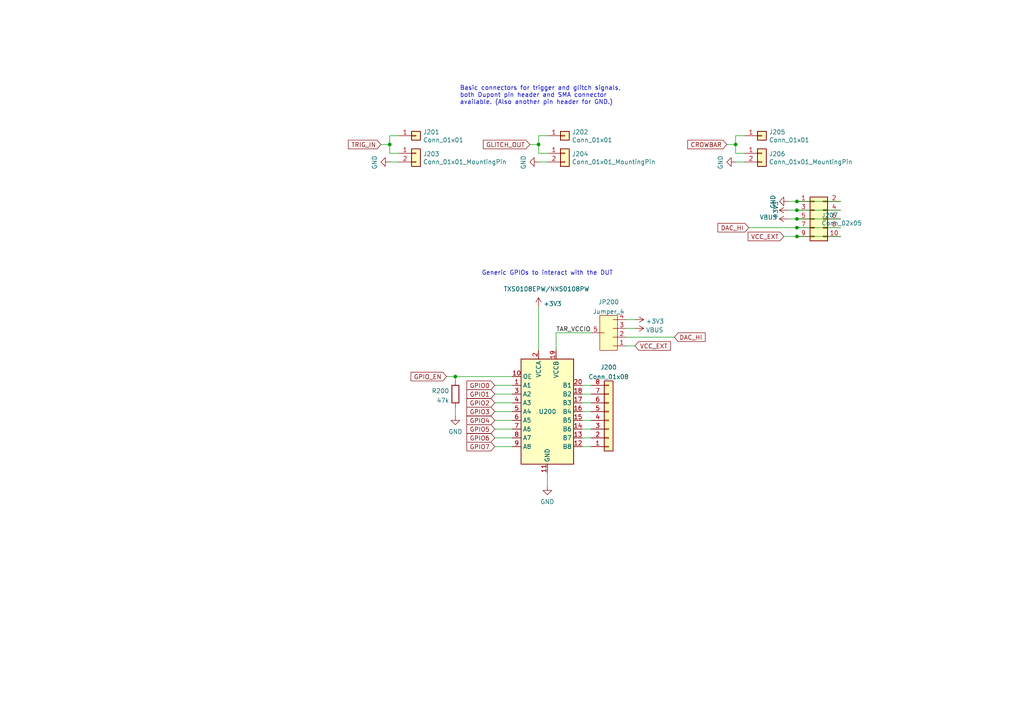
<source format=kicad_sch>
(kicad_sch (version 20211123) (generator eeschema)
  (paper "A4")
  (lib_symbols
    (symbol "Connector_Generic:Conn_01x01" (pin_names (offset 1.016) hide)
      (property "Reference" "J" (at 0 2.54 0))
      (property "Value" "Conn_01x01" (at 0 -2.54 0))
      (symbol "Conn_01x01_1_1"
        (rectangle (start -1.27 0.127) (end 0 -0.127) (stroke (width 0.1524)))
        (rectangle (start -1.27 1.27) (end 1.27 -1.27) (stroke (width 0.254)) (fill (type background)))
        (pin passive line (at -5.08 0 0) (length 3.81) (name "Pin_1") (number "1"))
      )
    )
    (symbol "Connector_Generic:Conn_01x02" (pin_names (offset 1.016) hide)
      (property "Reference" "J" (at 0 2.54 0))
      (property "Value" "Conn_01x02" (at 0 -5.08 0))
      (symbol "Conn_01x02_1_1"
        (rectangle (start -1.27 -2.413) (end 0 -2.667) (stroke (width 0.1524)))
        (rectangle (start -1.27 0.127) (end 0 -0.127) (stroke (width 0.1524)))
        (rectangle (start -1.27 1.27) (end 1.27 -3.81) (stroke (width 0.254)) (fill (type background)))
        (pin passive line (at -5.08 0 0) (length 3.81) (name "Pin_1") (number "1"))
        (pin passive line (at -5.08 -2.54 0) (length 3.81) (name "Pin_2") (number "2"))
      )
    )
    (symbol "Connector_Generic:Conn_01x08" (pin_names (offset 1.016) hide)
      (property "Reference" "J" (at 0 10.16 0))
      (property "Value" "Conn_01x08" (at 0 -12.7 0))
      (symbol "Conn_01x08_1_1"
        (rectangle (start -1.27 -10.033) (end 0 -10.287) (stroke (width 0.1524)))
        (rectangle (start -1.27 -7.493) (end 0 -7.747) (stroke (width 0.1524)))
        (rectangle (start -1.27 -4.953) (end 0 -5.207) (stroke (width 0.1524)))
        (rectangle (start -1.27 -2.413) (end 0 -2.667) (stroke (width 0.1524)))
        (rectangle (start -1.27 0.127) (end 0 -0.127) (stroke (width 0.1524)))
        (rectangle (start -1.27 2.667) (end 0 2.413) (stroke (width 0.1524)))
        (rectangle (start -1.27 5.207) (end 0 4.953) (stroke (width 0.1524)))
        (rectangle (start -1.27 7.747) (end 0 7.493) (stroke (width 0.1524)))
        (rectangle (start -1.27 8.89) (end 1.27 -11.43) (stroke (width 0.254)) (fill (type background)))
        (pin passive line (at -5.08 7.62 0) (length 3.81) (name "Pin_1") (number "1"))
        (pin passive line (at -5.08 5.08 0) (length 3.81) (name "Pin_2") (number "2"))
        (pin passive line (at -5.08 2.54 0) (length 3.81) (name "Pin_3") (number "3"))
        (pin passive line (at -5.08 0 0) (length 3.81) (name "Pin_4") (number "4"))
        (pin passive line (at -5.08 -2.54 0) (length 3.81) (name "Pin_5") (number "5"))
        (pin passive line (at -5.08 -5.08 0) (length 3.81) (name "Pin_6") (number "6"))
        (pin passive line (at -5.08 -7.62 0) (length 3.81) (name "Pin_7") (number "7"))
        (pin passive line (at -5.08 -10.16 0) (length 3.81) (name "Pin_8") (number "8"))
      )
    )
    (symbol "Connector_Generic:Conn_02x05_Odd_Even" (pin_names (offset 1.016) hide)
      (property "Reference" "J" (at 1.27 7.62 0))
      (property "Value" "Conn_02x05_Odd_Even" (at 1.27 -7.62 0))
      (symbol "Conn_02x05_Odd_Even_1_1"
        (rectangle (start -1.27 -4.953) (end 0 -5.207) (stroke (width 0.1524)))
        (rectangle (start -1.27 -2.413) (end 0 -2.667) (stroke (width 0.1524)))
        (rectangle (start -1.27 0.127) (end 0 -0.127) (stroke (width 0.1524)))
        (rectangle (start -1.27 2.667) (end 0 2.413) (stroke (width 0.1524)))
        (rectangle (start -1.27 5.207) (end 0 4.953) (stroke (width 0.1524)))
        (rectangle (start -1.27 6.35) (end 3.81 -6.35) (stroke (width 0.254)) (fill (type background)))
        (rectangle (start 3.81 -4.953) (end 2.54 -5.207) (stroke (width 0.1524)))
        (rectangle (start 3.81 -2.413) (end 2.54 -2.667) (stroke (width 0.1524)))
        (rectangle (start 3.81 0.127) (end 2.54 -0.127) (stroke (width 0.1524)))
        (rectangle (start 3.81 2.667) (end 2.54 2.413) (stroke (width 0.1524)))
        (rectangle (start 3.81 5.207) (end 2.54 4.953) (stroke (width 0.1524)))
        (pin passive line (at -5.08 5.08 0) (length 3.81) (name "Pin_1") (number "1"))
        (pin passive line (at 7.62 -5.08 180) (length 3.81) (name "Pin_10") (number "10"))
        (pin passive line (at 7.62 5.08 180) (length 3.81) (name "Pin_2") (number "2"))
        (pin passive line (at -5.08 2.54 0) (length 3.81) (name "Pin_3") (number "3"))
        (pin passive line (at 7.62 2.54 180) (length 3.81) (name "Pin_4") (number "4"))
        (pin passive line (at -5.08 0 0) (length 3.81) (name "Pin_5") (number "5"))
        (pin passive line (at 7.62 0 180) (length 3.81) (name "Pin_6") (number "6"))
        (pin passive line (at -5.08 -2.54 0) (length 3.81) (name "Pin_7") (number "7"))
        (pin passive line (at 7.62 -2.54 180) (length 3.81) (name "Pin_8") (number "8"))
        (pin passive line (at -5.08 -5.08 0) (length 3.81) (name "Pin_9") (number "9"))
      )
    )
    (symbol "Device:R" (pin_numbers hide) (pin_names (offset 0))
      (property "Reference" "R" (at 2.032 0 90))
      (property "Value" "R" (at 0 0 90))
      (symbol "R_0_1"
        (rectangle (start -1.016 -2.54) (end 1.016 2.54) (stroke (width 0.254)))
      )
      (symbol "R_1_1"
        (pin passive line (at 0 3.81 270) (length 1.27) (name "~") (number "1"))
        (pin passive line (at 0 -3.81 90) (length 1.27) (name "~") (number "2"))
      )
    )
    (symbol "Logic_LevelTranslator:TXS0108EPW"
      (property "Reference" "U" (at -6.35 16.51 0))
      (property "Value" "TXS0108EPW" (at 3.81 16.51 0))
      (symbol "TXS0108EPW_0_1"
        (rectangle (start -7.62 15.24) (end 7.62 -15.24) (stroke (width 0.254)) (fill (type background)))
      )
      (symbol "TXS0108EPW_1_1"
        (pin bidirectional line (at -10.16 7.62 0) (length 2.54) (name "A1") (number "1"))
        (pin input line (at -10.16 10.16 0) (length 2.54) (name "OE") (number "10"))
        (pin power_in line (at 0 -17.78 90) (length 2.54) (name "GND") (number "11"))
        (pin bidirectional line (at 10.16 -10.16 180) (length 2.54) (name "B8") (number "12"))
        (pin bidirectional line (at 10.16 -7.62 180) (length 2.54) (name "B7") (number "13"))
        (pin bidirectional line (at 10.16 -5.08 180) (length 2.54) (name "B6") (number "14"))
        (pin bidirectional line (at 10.16 -2.54 180) (length 2.54) (name "B5") (number "15"))
        (pin bidirectional line (at 10.16 0 180) (length 2.54) (name "B4") (number "16"))
        (pin bidirectional line (at 10.16 2.54 180) (length 2.54) (name "B3") (number "17"))
        (pin bidirectional line (at 10.16 5.08 180) (length 2.54) (name "B2") (number "18"))
        (pin power_in line (at 2.54 17.78 270) (length 2.54) (name "VCCB") (number "19"))
        (pin power_in line (at -2.54 17.78 270) (length 2.54) (name "VCCA") (number "2"))
        (pin bidirectional line (at 10.16 7.62 180) (length 2.54) (name "B1") (number "20"))
        (pin bidirectional line (at -10.16 5.08 0) (length 2.54) (name "A2") (number "3"))
        (pin bidirectional line (at -10.16 2.54 0) (length 2.54) (name "A3") (number "4"))
        (pin bidirectional line (at -10.16 0 0) (length 2.54) (name "A4") (number "5"))
        (pin bidirectional line (at -10.16 -2.54 0) (length 2.54) (name "A5") (number "6"))
        (pin bidirectional line (at -10.16 -5.08 0) (length 2.54) (name "A6") (number "7"))
        (pin bidirectional line (at -10.16 -7.62 0) (length 2.54) (name "A7") (number "8"))
        (pin bidirectional line (at -10.16 -10.16 0) (length 2.54) (name "A8") (number "9"))
      )
    )
    (symbol "misc-mcus:Jumper_4" (pin_names (offset 1.016))
      (property "Reference" "JP" (at 0 11.43 0))
      (property "Value" "Jumper_4" (at 0 11.43 0))
      (symbol "Jumper_4_0_1"
        (rectangle (start -2.54 5.08) (end 2.54 -5.08) (fill (type background)))
        (polyline (pts (xy -2.54 -3.81) (xy -1.27 -3.81)))
        (polyline (pts (xy -2.54 -1.27) (xy -1.27 -1.27)))
        (polyline (pts (xy -2.54 1.27) (xy -1.27 1.27)))
        (polyline (pts (xy -2.54 3.81) (xy -1.27 3.81)))
        (polyline (pts (xy 2.54 0) (xy 1.27 0)))
      )
      (symbol "Jumper_4_1_1"
        (pin passive line (at -5.08 3.81 0) (length 2.54) (name "~") (number "1"))
        (pin passive line (at -5.08 1.27 0) (length 2.54) (name "~") (number "2"))
        (pin passive line (at -5.08 -1.27 0) (length 2.54) (name "~") (number "3"))
        (pin passive line (at -5.08 -3.81 0) (length 2.54) (name "~") (number "4"))
        (pin passive line (at 5.08 0 180) (length 2.54) (name "~") (number "5"))
      )
    )
    (symbol "power:+3.3V" (power) (pin_names (offset 0))
      (property "Value" "+3.3V" (at 0 3.556 0))
      (symbol "+3.3V_0_1"
        (polyline (pts (xy -0.762 1.27) (xy 0 2.54)))
        (polyline (pts (xy 0 0) (xy 0 2.54)))
        (polyline (pts (xy 0 2.54) (xy 0.762 1.27)))
      )
      (symbol "+3.3V_1_1"
        (pin power_in line (at 0 0 90) (length 0) hide (name "+3V3") (number "1"))
      )
    )
    (symbol "power:GND" (power) (pin_names (offset 0))
      (property "Value" "GND" (at 0 -3.81 0))
      (symbol "GND_0_1"
        (polyline (pts (xy 0 0) (xy 0 -1.27) (xy 1.27 -1.27) (xy 0 -2.54) (xy -1.27 -1.27) (xy 0 -1.27)))
      )
      (symbol "GND_1_1"
        (pin power_in line (at 0 0 270) (length 0) hide (name "GND") (number "1"))
      )
    )
    (symbol "power:VBUS" (power) (pin_names (offset 0))
      (property "Value" "VBUS" (at 0 3.81 0))
      (symbol "VBUS_0_1"
        (polyline (pts (xy -0.762 1.27) (xy 0 2.54)))
        (polyline (pts (xy 0 0) (xy 0 2.54)))
        (polyline (pts (xy 0 2.54) (xy 0.762 1.27)))
      )
      (symbol "VBUS_1_1"
        (pin power_in line (at 0 0 90) (length 0) hide (name "VBUS") (number "1"))
      )
    )
  )
  (junction (at 231.14 68.58))
  (junction (at 156.21 41.91))
  (junction (at 231.14 58.42))
  (junction (at 132.08 109.22))
  (junction (at 231.14 63.5))
  (junction (at 113.03 41.91))
  (junction (at 231.14 66.04))
  (junction (at 231.14 60.96))
  (junction (at 213.36 41.91))
  (wire (pts (xy 213.36 41.91) (xy 213.36 44.45)))
  (wire (pts (xy 181.61 97.79) (xy 195.58 97.79)))
  (wire (pts (xy 243.84 68.58) (xy 231.14 68.58)))
  (wire (pts (xy 168.91 111.76) (xy 171.45 111.76)))
  (wire (pts (xy 161.29 101.6) (xy 161.29 96.52)))
  (wire (pts (xy 153.67 41.91) (xy 156.21 41.91)))
  (wire (pts (xy 168.91 124.46) (xy 171.45 124.46)))
  (wire (pts (xy 143.51 124.46) (xy 148.59 124.46)))
  (wire (pts (xy 243.84 63.5) (xy 231.14 63.5)))
  (wire (pts (xy 143.51 119.38) (xy 148.59 119.38)))
  (wire (pts (xy 213.36 46.99) (xy 215.9 46.99)))
  (wire (pts (xy 132.08 109.22) (xy 132.08 110.49)))
  (wire (pts (xy 231.14 63.5) (xy 228.6 63.5)))
  (wire (pts (xy 143.51 114.3) (xy 148.59 114.3)))
  (wire (pts (xy 156.21 39.37) (xy 156.21 41.91)))
  (wire (pts (xy 143.51 116.84) (xy 148.59 116.84)))
  (wire (pts (xy 110.49 41.91) (xy 113.03 41.91)))
  (wire (pts (xy 213.36 39.37) (xy 213.36 41.91)))
  (wire (pts (xy 168.91 116.84) (xy 171.45 116.84)))
  (wire (pts (xy 231.14 60.96) (xy 228.6 60.96)))
  (wire (pts (xy 231.14 58.42) (xy 228.6 58.42)))
  (wire (pts (xy 215.9 39.37) (xy 213.36 39.37)))
  (wire (pts (xy 129.54 109.22) (xy 132.08 109.22)))
  (wire (pts (xy 168.91 121.92) (xy 171.45 121.92)))
  (wire (pts (xy 156.21 46.99) (xy 158.75 46.99)))
  (wire (pts (xy 243.84 66.04) (xy 231.14 66.04)))
  (wire (pts (xy 215.9 44.45) (xy 213.36 44.45)))
  (wire (pts (xy 113.03 39.37) (xy 113.03 41.91)))
  (wire (pts (xy 143.51 111.76) (xy 148.59 111.76)))
  (wire (pts (xy 158.75 39.37) (xy 156.21 39.37)))
  (wire (pts (xy 156.21 41.91) (xy 156.21 44.45)))
  (wire (pts (xy 143.51 121.92) (xy 148.59 121.92)))
  (wire (pts (xy 148.59 109.22) (xy 132.08 109.22)))
  (wire (pts (xy 181.61 92.71) (xy 184.15 92.71)))
  (wire (pts (xy 158.75 137.16) (xy 158.75 140.97)))
  (wire (pts (xy 161.29 96.52) (xy 171.45 96.52)))
  (wire (pts (xy 115.57 39.37) (xy 113.03 39.37)))
  (wire (pts (xy 243.84 60.96) (xy 231.14 60.96)))
  (wire (pts (xy 158.75 44.45) (xy 156.21 44.45)))
  (wire (pts (xy 168.91 129.54) (xy 171.45 129.54)))
  (wire (pts (xy 132.08 118.11) (xy 132.08 120.65)))
  (wire (pts (xy 143.51 129.54) (xy 148.59 129.54)))
  (wire (pts (xy 231.14 68.58) (xy 227.33 68.58)))
  (wire (pts (xy 168.91 114.3) (xy 171.45 114.3)))
  (wire (pts (xy 168.91 119.38) (xy 171.45 119.38)))
  (wire (pts (xy 115.57 44.45) (xy 113.03 44.45)))
  (wire (pts (xy 143.51 127) (xy 148.59 127)))
  (wire (pts (xy 181.61 95.25) (xy 184.15 95.25)))
  (wire (pts (xy 231.14 66.04) (xy 217.17 66.04)))
  (wire (pts (xy 156.21 88.9) (xy 156.21 101.6)))
  (wire (pts (xy 168.91 127) (xy 171.45 127)))
  (wire (pts (xy 113.03 46.99) (xy 115.57 46.99)))
  (wire (pts (xy 210.82 41.91) (xy 213.36 41.91)))
  (wire (pts (xy 243.84 58.42) (xy 231.14 58.42)))
  (wire (pts (xy 113.03 41.91) (xy 113.03 44.45)))
  (wire (pts (xy 181.61 100.33) (xy 184.15 100.33)))
  (text "Basic connectors for trigger and glitch signals,\nboth Dupont pin header and SMA connector\navailable. (Also another pin header for GND.)" (at 133.35 30.48 0) (effects (font (size 1.27 1.27)) (justify left bottom)))
  (text "Generic GPIOs to interact with the DUT" (at 139.7 80.01 0) (effects (font (size 1.27 1.27)) (justify left bottom)))
  (label "TAR_VCCIO" (at 161.29 96.52 0))
  (global_label "DAC_HI" (shape input) (at 195.58 97.79 0) (property "Intersheet References" "${INTERSHEET_REFS}" (effects hide)))
  (global_label "GPIO2" (shape input) (at 143.51 116.84 180) (property "Intersheet References" "${INTERSHEET_REFS}" (effects hide)))
  (global_label "VCC_EXT" (shape input) (at 227.33 68.58 180) (property "Intersheet References" "${INTERSHEET_REFS}" (effects hide)))
  (global_label "GPIO1" (shape input) (at 143.51 114.3 180) (property "Intersheet References" "${INTERSHEET_REFS}" (effects hide)))
  (global_label "GLITCH_OUT" (shape input) (at 153.67 41.91 180) (property "Intersheet References" "${INTERSHEET_REFS}" (effects hide)))
  (global_label "GPIO7" (shape input) (at 143.51 129.54 180) (property "Intersheet References" "${INTERSHEET_REFS}" (effects hide)))
  (global_label "GPIO_EN" (shape input) (at 129.54 109.22 180) (property "Intersheet References" "${INTERSHEET_REFS}" (effects hide)))
  (global_label "GPIO6" (shape input) (at 143.51 127 180) (property "Intersheet References" "${INTERSHEET_REFS}" (effects hide)))
  (global_label "GPIO4" (shape input) (at 143.51 121.92 180) (property "Intersheet References" "${INTERSHEET_REFS}" (effects hide)))
  (global_label "GPIO3" (shape input) (at 143.51 119.38 180) (property "Intersheet References" "${INTERSHEET_REFS}" (effects hide)))
  (global_label "DAC_HI" (shape input) (at 217.17 66.04 180) (property "Intersheet References" "${INTERSHEET_REFS}" (effects hide)))
  (global_label "TRIG_IN" (shape input) (at 110.49 41.91 180) (property "Intersheet References" "${INTERSHEET_REFS}" (effects hide)))
  (global_label "GPIO0" (shape input) (at 143.51 111.76 180) (property "Intersheet References" "${INTERSHEET_REFS}" (effects hide)))
  (global_label "GPIO5" (shape input) (at 143.51 124.46 180) (property "Intersheet References" "${INTERSHEET_REFS}" (effects hide)))
  (global_label "VCC_EXT" (shape input) (at 184.15 100.33 0) (property "Intersheet References" "${INTERSHEET_REFS}" (effects hide)))
  (global_label "CROWBAR" (shape input) (at 210.82 41.91 180) (property "Intersheet References" "${INTERSHEET_REFS}" (effects hide)))
  (symbol (lib_id "Connector_Generic:Conn_01x01") (at 120.65 39.37 0) (unit 1)
    (property "Reference" "J201" (at 122.682 38.3032 0) (effects (justify left)))
    (property "Value" "Conn_01x01" (at 122.682 40.6146 0) (effects (justify left)))
    (property "Footprint" "Connector_PinHeader_2.54mm:PinHeader_1x01_P2.54mm_Vertical" (effects hide))
  )
  (symbol (lib_id "Connector_Generic:Conn_01x02") (at 120.65 44.45 0) (unit 1)
    (property "Reference" "J203" (at 122.682 44.6532 0) (effects (justify left)))
    (property "Value" "Conn_01x01_MountingPin" (at 122.682 46.9646 0) (effects (justify left)))
    (property "Footprint" "Connector_Coaxial:SMA_Amphenol_132289_EdgeMount" (effects hide))
  )
  (symbol (lib_id "Connector_Generic:Conn_01x01") (at 163.83 39.37 0) (unit 1)
    (property "Reference" "J202" (at 165.862 38.3032 0) (effects (justify left)))
    (property "Value" "Conn_01x01" (at 165.862 40.6146 0) (effects (justify left)))
    (property "Footprint" "Connector_PinHeader_2.54mm:PinHeader_1x01_P2.54mm_Vertical" (effects hide))
  )
  (symbol (lib_id "Connector_Generic:Conn_01x02") (at 163.83 44.45 0) (unit 1)
    (property "Reference" "J204" (at 165.862 44.6532 0) (effects (justify left)))
    (property "Value" "Conn_01x01_MountingPin" (at 165.862 46.9646 0) (effects (justify left)))
    (property "Footprint" "Connector_Coaxial:SMA_Amphenol_132289_EdgeMount" (effects hide))
  )
  (symbol (lib_id "power:GND") (at 113.03 46.99 270) (unit 1)
    (property "Reference" "#PWR0131" (effects hide))
    (property "Value" "GND" (at 108.6358 47.117 0))
  )
  (symbol (lib_id "power:GND") (at 156.21 46.99 270) (unit 1)
    (property "Reference" "#PWR0132" (effects hide))
    (property "Value" "GND" (at 151.8158 47.117 0))
  )
  (symbol (lib_id "Connector_Generic:Conn_02x05_Odd_Even") (at 236.22 63.5 0) (unit 1)
    (property "Reference" "J207" (at 238.252 62.4332 0) (effects (justify left)))
    (property "Value" "Conn_02x05" (at 238.252 64.7446 0) (effects (justify left)))
    (property "Footprint" "Connector_PinHeader_2.54mm:PinHeader_2x05_P2.54mm_Vertical" (effects hide))
  )
  (symbol (lib_id "power:GND") (at 228.6 58.42 270) (unit 1)
    (property "Reference" "#PWR0133" (effects hide))
    (property "Value" "GND" (at 224.2058 58.547 0))
  )
  (symbol (lib_id "power:+3.3V") (at 156.21 88.9 0) (unit 1)
    (property "Reference" "#PWR0134" (effects hide))
    (property "Value" "+3.3V" (at 157.607 88.109 0) (effects (justify left)))
  )
  (symbol (lib_id "misc-mcus:Jumper_4") (at 176.53 96.52 180) (unit 1)
    (property "Reference" "JP200" (at 176.53 87.6005 0))
    (property "Value" "Jumper_4" (at 176.53 90.3756 0))
    (property "Footprint" "Connector_PinHeader_2.54mm:PinHeader_2x04_P2.54mm_Vertical" (effects hide))
  )
  (symbol (lib_id "power:VBUS") (at 184.15 95.25 270) (unit 1)
    (property "Reference" "#PWR0136" (effects hide))
    (property "Value" "VBUS" (at 187.325 95.729 90) (effects (justify left)))
  )
  (symbol (lib_id "power:+3.3V") (at 184.15 92.71 270) (unit 1)
    (property "Reference" "#PWR0135" (effects hide))
    (property "Value" "+3.3V" (at 187.325 93.189 90) (effects (justify left)))
  )
  (symbol (lib_id "Device:R") (at 132.08 114.3 0) (mirror x) (unit 1)
    (property "Reference" "R200" (at 130.302 113.3915 0) (effects (justify right)))
    (property "Value" "47k" (at 130.302 116.1666 0) (effects (justify right)))
    (property "Footprint" "Resistor_SMD:R_0805_2012Metric_Pad1.20x1.40mm_HandSolder" (effects hide))
  )
  (symbol (lib_id "Connector_Generic:Conn_01x01") (at 220.98 39.37 0) (unit 1)
    (property "Reference" "J205" (at 223.012 38.3032 0) (effects (justify left)))
    (property "Value" "Conn_01x01" (at 223.012 40.6146 0) (effects (justify left)))
    (property "Footprint" "Connector_PinHeader_2.54mm:PinHeader_1x01_P2.54mm_Vertical" (effects hide))
  )
  (symbol (lib_id "power:GND") (at 158.75 140.97 0) (unit 1)
    (property "Reference" "#PWR0108" (effects hide))
    (property "Value" "GND" (at 158.75 145.5325 0))
  )
  (symbol (lib_id "power:VBUS") (at 228.6 63.5 90) (unit 1)
    (property "Reference" "#PWR0137" (effects hide))
    (property "Value" "VBUS" (at 225.425 63.021 90) (effects (justify left)))
  )
  (symbol (lib_id "Connector_Generic:Conn_01x02") (at 220.98 44.45 0) (unit 1)
    (property "Reference" "J206" (at 223.012 44.6532 0) (effects (justify left)))
    (property "Value" "Conn_01x01_MountingPin" (at 223.012 46.9646 0) (effects (justify left)))
    (property "Footprint" "Connector_Coaxial:SMA_Amphenol_132289_EdgeMount" (effects hide))
  )
  (symbol (lib_id "Logic_LevelTranslator:TXS0108EPW") (at 158.75 119.38 0) (unit 1)
    (property "Reference" "U200" (at 156.21 119.38 0) (effects (justify left)))
    (property "Value" "TXS0108EPW/NXS0108PW" (at 146.05 83.82 0) (effects (justify left)))
    (property "Footprint" "Package_SO:TSSOP-20_4.4x6.5mm_P0.65mm" (effects hide))
    (property "Datasheet" "www.ti.com/lit/ds/symlink/txs0108e.pdf" (effects hide))
  )
  (symbol (lib_id "power:GND") (at 213.36 46.99 270) (unit 1)
    (property "Reference" "#PWR0141" (effects hide))
    (property "Value" "GND" (at 208.9658 47.117 0))
  )
  (symbol (lib_id "Connector_Generic:Conn_01x08") (at 176.53 121.92 0) (mirror x) (unit 1)
    (property "Reference" "J200" (at 176.53 106.5235 0))
    (property "Value" "Conn_01x08" (at 176.53 109.2986 0))
    (property "Footprint" "Connector_PinHeader_2.54mm:PinHeader_1x08_P2.54mm_Horizontal" (effects hide))
  )
  (symbol (lib_id "power:GND") (at 132.08 120.65 0) (unit 1)
    (property "Reference" "#PWR0109" (effects hide))
    (property "Value" "GND" (at 132.08 125.2125 0))
  )
  (symbol (lib_id "power:+3.3V") (at 228.6 60.96 90) (unit 1)
    (property "Reference" "#PWR0157" (effects hide))
    (property "Value" "+3.3V" (at 224.9955 60.96 0))
  )
)
</source>
